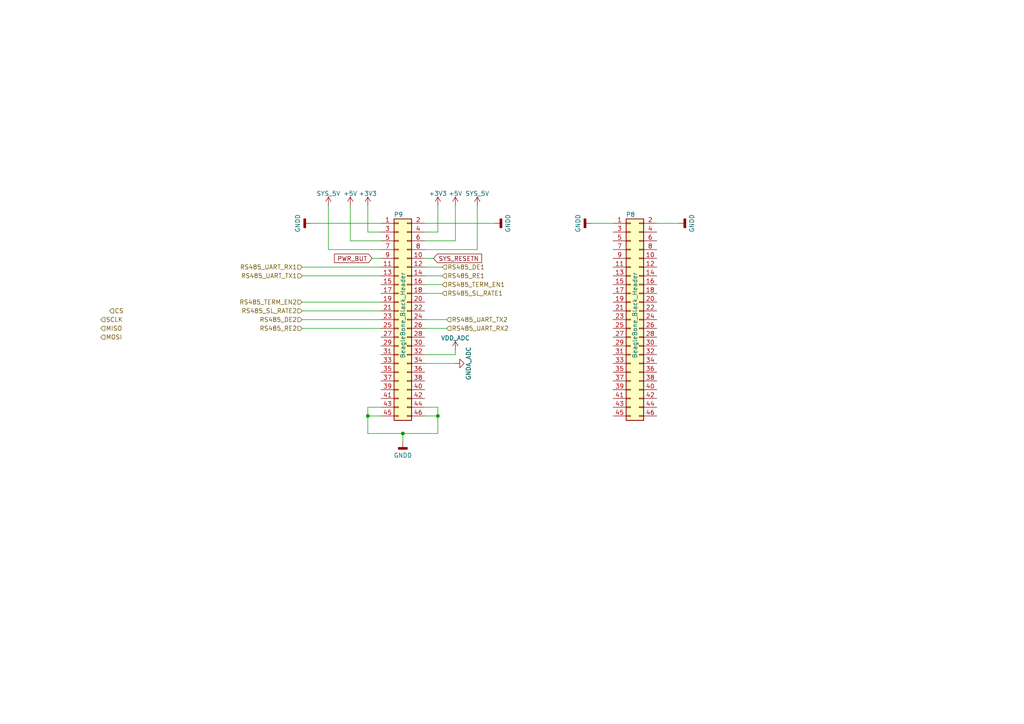
<source format=kicad_sch>
(kicad_sch (version 20231120) (generator "eeschema") (generator_version "8.0")
  (paper "A4")
  (lib_symbols
    (symbol "Connector_Generic:Conn_02x23_Odd_Even" (pin_names (offset 1.016) hide)
      (property "Reference" "J" (at 1.27 30.48 0))
      (property "Value" "Conn_02x23_Odd_Even" (at 1.27 -30.48 0))
      (symbol "Conn_02x23_Odd_Even_1_1"
        (rectangle (start -1.27 -27.813) (end 0 -28.067) (stroke (width 0.1524)))
        (rectangle (start -1.27 -25.273) (end 0 -25.527) (stroke (width 0.1524)))
        (rectangle (start -1.27 -22.733) (end 0 -22.987) (stroke (width 0.1524)))
        (rectangle (start -1.27 -20.193) (end 0 -20.447) (stroke (width 0.1524)))
        (rectangle (start -1.27 -17.653) (end 0 -17.907) (stroke (width 0.1524)))
        (rectangle (start -1.27 -15.113) (end 0 -15.367) (stroke (width 0.1524)))
        (rectangle (start -1.27 -12.573) (end 0 -12.827) (stroke (width 0.1524)))
        (rectangle (start -1.27 -10.033) (end 0 -10.287) (stroke (width 0.1524)))
        (rectangle (start -1.27 -7.493) (end 0 -7.747) (stroke (width 0.1524)))
        (rectangle (start -1.27 -4.953) (end 0 -5.207) (stroke (width 0.1524)))
        (rectangle (start -1.27 -2.413) (end 0 -2.667) (stroke (width 0.1524)))
        (rectangle (start -1.27 0.127) (end 0 -0.127) (stroke (width 0.1524)))
        (rectangle (start -1.27 2.667) (end 0 2.413) (stroke (width 0.1524)))
        (rectangle (start -1.27 5.207) (end 0 4.953) (stroke (width 0.1524)))
        (rectangle (start -1.27 7.747) (end 0 7.493) (stroke (width 0.1524)))
        (rectangle (start -1.27 10.287) (end 0 10.033) (stroke (width 0.1524)))
        (rectangle (start -1.27 12.827) (end 0 12.573) (stroke (width 0.1524)))
        (rectangle (start -1.27 15.367) (end 0 15.113) (stroke (width 0.1524)))
        (rectangle (start -1.27 17.907) (end 0 17.653) (stroke (width 0.1524)))
        (rectangle (start -1.27 20.447) (end 0 20.193) (stroke (width 0.1524)))
        (rectangle (start -1.27 22.987) (end 0 22.733) (stroke (width 0.1524)))
        (rectangle (start -1.27 25.527) (end 0 25.273) (stroke (width 0.1524)))
        (rectangle (start -1.27 28.067) (end 0 27.813) (stroke (width 0.1524)))
        (rectangle (start -1.27 29.21) (end 3.81 -29.21) (stroke (width 0.254)) (fill (type background)))
        (rectangle (start 3.81 -27.813) (end 2.54 -28.067) (stroke (width 0.1524)))
        (rectangle (start 3.81 -25.273) (end 2.54 -25.527) (stroke (width 0.1524)))
        (rectangle (start 3.81 -22.733) (end 2.54 -22.987) (stroke (width 0.1524)))
        (rectangle (start 3.81 -20.193) (end 2.54 -20.447) (stroke (width 0.1524)))
        (rectangle (start 3.81 -17.653) (end 2.54 -17.907) (stroke (width 0.1524)))
        (rectangle (start 3.81 -15.113) (end 2.54 -15.367) (stroke (width 0.1524)))
        (rectangle (start 3.81 -12.573) (end 2.54 -12.827) (stroke (width 0.1524)))
        (rectangle (start 3.81 -10.033) (end 2.54 -10.287) (stroke (width 0.1524)))
        (rectangle (start 3.81 -7.493) (end 2.54 -7.747) (stroke (width 0.1524)))
        (rectangle (start 3.81 -4.953) (end 2.54 -5.207) (stroke (width 0.1524)))
        (rectangle (start 3.81 -2.413) (end 2.54 -2.667) (stroke (width 0.1524)))
        (rectangle (start 3.81 0.127) (end 2.54 -0.127) (stroke (width 0.1524)))
        (rectangle (start 3.81 2.667) (end 2.54 2.413) (stroke (width 0.1524)))
        (rectangle (start 3.81 5.207) (end 2.54 4.953) (stroke (width 0.1524)))
        (rectangle (start 3.81 7.747) (end 2.54 7.493) (stroke (width 0.1524)))
        (rectangle (start 3.81 10.287) (end 2.54 10.033) (stroke (width 0.1524)))
        (rectangle (start 3.81 12.827) (end 2.54 12.573) (stroke (width 0.1524)))
        (rectangle (start 3.81 15.367) (end 2.54 15.113) (stroke (width 0.1524)))
        (rectangle (start 3.81 17.907) (end 2.54 17.653) (stroke (width 0.1524)))
        (rectangle (start 3.81 20.447) (end 2.54 20.193) (stroke (width 0.1524)))
        (rectangle (start 3.81 22.987) (end 2.54 22.733) (stroke (width 0.1524)))
        (rectangle (start 3.81 25.527) (end 2.54 25.273) (stroke (width 0.1524)))
        (rectangle (start 3.81 28.067) (end 2.54 27.813) (stroke (width 0.1524)))
        (pin passive line (at -5.08 27.94 0) (length 3.81) (name "Pin_1") (number "1"))
        (pin passive line (at 7.62 17.78 180) (length 3.81) (name "Pin_10") (number "10"))
        (pin passive line (at -5.08 15.24 0) (length 3.81) (name "Pin_11") (number "11"))
        (pin passive line (at 7.62 15.24 180) (length 3.81) (name "Pin_12") (number "12"))
        (pin passive line (at -5.08 12.7 0) (length 3.81) (name "Pin_13") (number "13"))
        (pin passive line (at 7.62 12.7 180) (length 3.81) (name "Pin_14") (number "14"))
        (pin passive line (at -5.08 10.16 0) (length 3.81) (name "Pin_15") (number "15"))
        (pin passive line (at 7.62 10.16 180) (length 3.81) (name "Pin_16") (number "16"))
        (pin passive line (at -5.08 7.62 0) (length 3.81) (name "Pin_17") (number "17"))
        (pin passive line (at 7.62 7.62 180) (length 3.81) (name "Pin_18") (number "18"))
        (pin passive line (at -5.08 5.08 0) (length 3.81) (name "Pin_19") (number "19"))
        (pin passive line (at 7.62 27.94 180) (length 3.81) (name "Pin_2") (number "2"))
        (pin passive line (at 7.62 5.08 180) (length 3.81) (name "Pin_20") (number "20"))
        (pin passive line (at -5.08 2.54 0) (length 3.81) (name "Pin_21") (number "21"))
        (pin passive line (at 7.62 2.54 180) (length 3.81) (name "Pin_22") (number "22"))
        (pin passive line (at -5.08 0 0) (length 3.81) (name "Pin_23") (number "23"))
        (pin passive line (at 7.62 0 180) (length 3.81) (name "Pin_24") (number "24"))
        (pin passive line (at -5.08 -2.54 0) (length 3.81) (name "Pin_25") (number "25"))
        (pin passive line (at 7.62 -2.54 180) (length 3.81) (name "Pin_26") (number "26"))
        (pin passive line (at -5.08 -5.08 0) (length 3.81) (name "Pin_27") (number "27"))
        (pin passive line (at 7.62 -5.08 180) (length 3.81) (name "Pin_28") (number "28"))
        (pin passive line (at -5.08 -7.62 0) (length 3.81) (name "Pin_29") (number "29"))
        (pin passive line (at -5.08 25.4 0) (length 3.81) (name "Pin_3") (number "3"))
        (pin passive line (at 7.62 -7.62 180) (length 3.81) (name "Pin_30") (number "30"))
        (pin passive line (at -5.08 -10.16 0) (length 3.81) (name "Pin_31") (number "31"))
        (pin passive line (at 7.62 -10.16 180) (length 3.81) (name "Pin_32") (number "32"))
        (pin passive line (at -5.08 -12.7 0) (length 3.81) (name "Pin_33") (number "33"))
        (pin passive line (at 7.62 -12.7 180) (length 3.81) (name "Pin_34") (number "34"))
        (pin passive line (at -5.08 -15.24 0) (length 3.81) (name "Pin_35") (number "35"))
        (pin passive line (at 7.62 -15.24 180) (length 3.81) (name "Pin_36") (number "36"))
        (pin passive line (at -5.08 -17.78 0) (length 3.81) (name "Pin_37") (number "37"))
        (pin passive line (at 7.62 -17.78 180) (length 3.81) (name "Pin_38") (number "38"))
        (pin passive line (at -5.08 -20.32 0) (length 3.81) (name "Pin_39") (number "39"))
        (pin passive line (at 7.62 25.4 180) (length 3.81) (name "Pin_4") (number "4"))
        (pin passive line (at 7.62 -20.32 180) (length 3.81) (name "Pin_40") (number "40"))
        (pin passive line (at -5.08 -22.86 0) (length 3.81) (name "Pin_41") (number "41"))
        (pin passive line (at 7.62 -22.86 180) (length 3.81) (name "Pin_42") (number "42"))
        (pin passive line (at -5.08 -25.4 0) (length 3.81) (name "Pin_43") (number "43"))
        (pin passive line (at 7.62 -25.4 180) (length 3.81) (name "Pin_44") (number "44"))
        (pin passive line (at -5.08 -27.94 0) (length 3.81) (name "Pin_45") (number "45"))
        (pin passive line (at 7.62 -27.94 180) (length 3.81) (name "Pin_46") (number "46"))
        (pin passive line (at -5.08 22.86 0) (length 3.81) (name "Pin_5") (number "5"))
        (pin passive line (at 7.62 22.86 180) (length 3.81) (name "Pin_6") (number "6"))
        (pin passive line (at -5.08 20.32 0) (length 3.81) (name "Pin_7") (number "7"))
        (pin passive line (at 7.62 20.32 180) (length 3.81) (name "Pin_8") (number "8"))
        (pin passive line (at -5.08 17.78 0) (length 3.81) (name "Pin_9") (number "9"))
      )
    )
    (symbol "agricoltura-madre-cape-B-rescue:+3.3V-power" (power) (pin_names (offset 0))
      (property "Value" "power_+3.3V" (at 0 3.556 0))
      (symbol "+3.3V-power_0_1"
        (polyline (pts (xy -0.762 1.27) (xy 0 2.54)))
        (polyline (pts (xy 0 0) (xy 0 2.54)))
        (polyline (pts (xy 0 2.54) (xy 0.762 1.27)))
      )
      (symbol "+3.3V-power_1_1"
        (pin power_in line (at 0 0 90) (length 0) hide (name "+3V3") (number "1"))
      )
    )
    (symbol "agricoltura-madre-cape-B-rescue:+5V-power" (power) (pin_names (offset 0))
      (property "Value" "power_+5V" (at 0 3.556 0))
      (symbol "+5V-power_0_1"
        (polyline (pts (xy -0.762 1.27) (xy 0 2.54)))
        (polyline (pts (xy 0 0) (xy 0 2.54)))
        (polyline (pts (xy 0 2.54) (xy 0.762 1.27)))
      )
      (symbol "+5V-power_1_1"
        (pin power_in line (at 0 0 90) (length 0) hide (name "+5V") (number "1"))
      )
    )
    (symbol "agricoltura-madre-cape-B-rescue:GNDD-power" (power) (pin_names (offset 0))
      (property "Value" "power_GNDD" (at 0 -3.175 0))
      (symbol "GNDD-power_0_1"
        (rectangle (start -1.27 -1.524) (end 1.27 -2.032) (stroke (width 0.254)) (fill (type outline)))
        (polyline (pts (xy 0 0) (xy 0 -1.524)))
      )
      (symbol "GNDD-power_1_1"
        (pin power_in line (at 0 0 270) (length 0) hide (name "GNDD") (number "1"))
      )
    )
    (symbol "pwr_BeagleBone:GNDA_ADC" (power) (pin_names (offset 0))
      (property "Value" "GNDA_ADC" (at 0 -3.81 0))
      (symbol "GNDA_ADC_0_1"
        (polyline (pts (xy 0 0) (xy 0 -1.27) (xy 1.27 -1.27) (xy 0 -2.54) (xy -1.27 -1.27) (xy 0 -1.27)))
      )
      (symbol "GNDA_ADC_1_1"
        (pin power_in line (at 0 0 270) (length 0) hide (name "GNDA_ADC") (number "1"))
      )
    )
    (symbol "pwr_BeagleBone:SYS_5V" (power) (pin_names (offset 0))
      (property "Value" "SYS_5V" (at 0 3.556 0))
      (symbol "SYS_5V_0_1"
        (polyline (pts (xy -0.762 1.27) (xy 0 2.54)))
        (polyline (pts (xy 0 0) (xy 0 2.54)))
        (polyline (pts (xy 0 2.54) (xy 0.762 1.27)))
      )
      (symbol "SYS_5V_1_1"
        (pin power_in line (at 0 0 90) (length 0) hide (name "SYS_5V") (number "1"))
      )
    )
    (symbol "pwr_BeagleBone:VDD_ADC" (power) (pin_names (offset 0))
      (property "Value" "VDD_ADC" (at 0 3.556 0))
      (symbol "VDD_ADC_0_1"
        (polyline (pts (xy -0.762 1.27) (xy 0 2.54)))
        (polyline (pts (xy 0 0) (xy 0 2.54)))
        (polyline (pts (xy 0 2.54) (xy 0.762 1.27)))
      )
      (symbol "VDD_ADC_1_1"
        (pin power_in line (at 0 0 90) (length 0) hide (name "VDD_ADC") (number "1"))
      )
    )
  )
  (junction (at 106.68 120.65))
  (junction (at 116.84 125.73))
  (junction (at 127 120.65))
  (wire (pts (xy 123.19 67.31) (xy 127 67.31)))
  (wire (pts (xy 128.27 85.09) (xy 123.19 85.09)))
  (wire (pts (xy 127 120.65) (xy 127 125.73)))
  (wire (pts (xy 138.43 72.39) (xy 123.19 72.39)))
  (wire (pts (xy 123.19 69.85) (xy 132.08 69.85)))
  (wire (pts (xy 123.19 102.87) (xy 132.08 102.87)))
  (wire (pts (xy 128.27 80.01) (xy 123.19 80.01)))
  (wire (pts (xy 129.54 95.25) (xy 123.19 95.25)))
  (wire (pts (xy 106.68 118.11) (xy 110.49 118.11)))
  (wire (pts (xy 106.68 120.65) (xy 106.68 118.11)))
  (wire (pts (xy 171.45 64.77) (xy 177.8 64.77)))
  (wire (pts (xy 106.68 67.31) (xy 106.68 59.69)))
  (wire (pts (xy 190.5 64.77) (xy 196.85 64.77)))
  (wire (pts (xy 123.19 64.77) (xy 143.51 64.77)))
  (wire (pts (xy 110.49 87.63) (xy 87.63 87.63)))
  (wire (pts (xy 101.6 69.85) (xy 101.6 59.69)))
  (wire (pts (xy 87.63 95.25) (xy 110.49 95.25)))
  (wire (pts (xy 127 67.31) (xy 127 59.69)))
  (wire (pts (xy 110.49 72.39) (xy 95.25 72.39)))
  (wire (pts (xy 127 118.11) (xy 127 120.65)))
  (wire (pts (xy 116.84 125.73) (xy 106.68 125.73)))
  (wire (pts (xy 110.49 69.85) (xy 101.6 69.85)))
  (wire (pts (xy 116.84 128.27) (xy 116.84 125.73)))
  (wire (pts (xy 110.49 92.71) (xy 87.63 92.71)))
  (wire (pts (xy 106.68 125.73) (xy 106.68 120.65)))
  (wire (pts (xy 95.25 72.39) (xy 95.25 59.69)))
  (wire (pts (xy 129.54 92.71) (xy 123.19 92.71)))
  (wire (pts (xy 123.19 74.93) (xy 125.73 74.93)))
  (wire (pts (xy 110.49 120.65) (xy 106.68 120.65)))
  (wire (pts (xy 132.08 102.87) (xy 132.08 101.6)))
  (wire (pts (xy 128.27 77.47) (xy 123.19 77.47)))
  (wire (pts (xy 110.49 74.93) (xy 107.95 74.93)))
  (wire (pts (xy 123.19 120.65) (xy 127 120.65)))
  (wire (pts (xy 110.49 77.47) (xy 87.63 77.47)))
  (wire (pts (xy 87.63 80.01) (xy 110.49 80.01)))
  (wire (pts (xy 138.43 59.69) (xy 138.43 72.39)))
  (wire (pts (xy 110.49 67.31) (xy 106.68 67.31)))
  (wire (pts (xy 127 125.73) (xy 116.84 125.73)))
  (wire (pts (xy 87.63 90.17) (xy 110.49 90.17)))
  (wire (pts (xy 123.19 105.41) (xy 132.08 105.41)))
  (wire (pts (xy 132.08 69.85) (xy 132.08 59.69)))
  (wire (pts (xy 123.19 118.11) (xy 127 118.11)))
  (wire (pts (xy 128.27 82.55) (xy 123.19 82.55)))
  (wire (pts (xy 110.49 64.77) (xy 90.17 64.77)))
  (global_label "SYS_RESETN" (shape input) (at 125.73 74.93 0) (property "Intersheetrefs" "${INTERSHEET_REFS}" (effects (hide yes))))
  (global_label "PWR_BUT" (shape input) (at 107.95 74.93 180) (property "Intersheetrefs" "${INTERSHEET_REFS}" (effects (hide yes))))
  (hierarchical_label "RS485_UART_TX1" (shape input) (at 87.63 80.01 180))
  (hierarchical_label "RS485_TERM_EN1" (shape input) (at 128.27 82.55 0))
  (hierarchical_label "RS485_UART_RX1" (shape input) (at 87.63 77.47 180))
  (hierarchical_label "RS485_SL_RATE2" (shape input) (at 87.63 90.17 180))
  (hierarchical_label "RS485_UART_TX2" (shape input) (at 129.54 92.71 0))
  (hierarchical_label "RS485_SL_RATE1" (shape input) (at 128.27 85.09 0))
  (hierarchical_label "RS485_RE2" (shape input) (at 87.63 95.25 180))
  (hierarchical_label "MISO" (shape input) (at 29.21 95.25 0))
  (hierarchical_label "CS" (shape input) (at 31.75 90.17 0))
  (hierarchical_label "RS485_UART_RX2" (shape input) (at 129.54 95.25 0))
  (hierarchical_label "RS485_DE2" (shape input) (at 87.63 92.71 180))
  (hierarchical_label "RS485_TERM_EN2" (shape input) (at 87.63 87.63 180))
  (hierarchical_label "SCLK" (shape input) (at 29.21 92.71 0))
  (hierarchical_label "RS485_DE1" (shape input) (at 128.27 77.47 0))
  (hierarchical_label "RS485_RE1" (shape input) (at 128.27 80.01 0))
  (hierarchical_label "MOSI" (shape input) (at 29.21 97.79 0))
  (symbol (lib_id "agricoltura-madre-cape-B-rescue:GNDD-power") (at 116.84 128.27 0) (unit 1)
    (property "Reference" "#PWR?" (effects (hide yes)))
    (property "Value" "GNDD" (at 116.84 132.08 0))
  )
  (symbol (lib_id "agricoltura-madre-cape-B-rescue:GNDD-power") (at 143.51 64.77 90) (unit 1)
    (property "Reference" "#PWR?" (effects (hide yes)))
    (property "Value" "GNDD" (at 147.32 64.77 0))
  )
  (symbol (lib_id "agricoltura-madre-cape-B-rescue:GNDD-power") (at 90.17 64.77 270) (unit 1)
    (property "Reference" "#PWR?" (effects (hide yes)))
    (property "Value" "GNDD" (at 86.36 64.77 0))
  )
  (symbol (lib_id "agricoltura-madre-cape-B-rescue:GNDD-power") (at 171.45 64.77 270) (unit 1)
    (property "Reference" "#PWR?" (effects (hide yes)))
    (property "Value" "GNDD" (at 167.64 64.77 0))
  )
  (symbol (lib_id "agricoltura-madre-cape-B-rescue:GNDD-power") (at 196.85 64.77 90) (unit 1)
    (property "Reference" "#PWR?" (effects (hide yes)))
    (property "Value" "GNDD" (at 200.66 64.77 0))
  )
  (symbol (lib_id "agricoltura-madre-cape-B-rescue:+3.3V-power") (at 127 59.69 0) (unit 1)
    (property "Reference" "#PWR?" (effects (hide yes)))
    (property "Value" "+3V3" (at 127 56.134 0))
  )
  (symbol (lib_id "agricoltura-madre-cape-B-rescue:+5V-power") (at 132.08 59.69 0) (unit 1)
    (property "Reference" "#PWR?" (effects (hide yes)))
    (property "Value" "+5V" (at 132.08 56.134 0))
  )
  (symbol (lib_id "agricoltura-madre-cape-B-rescue:+3.3V-power") (at 106.68 59.69 0) (unit 1)
    (property "Reference" "#PWR?" (effects (hide yes)))
    (property "Value" "+3V3" (at 106.68 56.134 0))
  )
  (symbol (lib_id "agricoltura-madre-cape-B-rescue:+5V-power") (at 101.6 59.69 0) (unit 1)
    (property "Reference" "#PWR?" (effects (hide yes)))
    (property "Value" "+5V" (at 101.6 56.134 0))
  )
  (symbol (lib_id "pwr_BeagleBone:SYS_5V") (at 138.43 59.69 0) (unit 1)
    (property "Reference" "#PWR?" (effects (hide yes)))
    (property "Value" "SYS_5V" (at 138.43 56.134 0))
  )
  (symbol (lib_id "pwr_BeagleBone:SYS_5V") (at 95.25 59.69 0) (unit 1)
    (property "Reference" "#PWR?" (effects (hide yes)))
    (property "Value" "SYS_5V" (at 95.25 56.134 0))
  )
  (symbol (lib_id "pwr_BeagleBone:VDD_ADC") (at 132.08 101.6 0) (unit 1)
    (property "Reference" "#PWR?" (effects (hide yes)))
    (property "Value" "VDD_ADC" (at 132.08 98.044 0))
  )
  (symbol (lib_id "pwr_BeagleBone:GNDA_ADC") (at 132.08 105.41 90) (unit 1)
    (property "Reference" "#PWR?" (effects (hide yes)))
    (property "Value" "GNDA_ADC" (at 135.89 105.41 0))
  )
  (symbol (lib_id "Connector_Generic:Conn_02x23_Odd_Even") (at 115.57 92.71 0) (unit 1)
    (property "Reference" "P9" (at 115.57 62.23 0))
    (property "Value" "BeagleBone_Black_Header" (at 116.84 91.44 90))
    (property "Footprint" "Socket_BeagleBone_Black:Socket_BeagleBone_Black" (effects (hide yes)))
  )
  (symbol (lib_id "Connector_Generic:Conn_02x23_Odd_Even") (at 182.88 92.71 0) (unit 1)
    (property "Reference" "P8" (at 182.88 62.23 0))
    (property "Value" "BeagleBone_Black_Header" (at 184.15 91.44 90))
    (property "Footprint" "Socket_BeagleBone_Black:Socket_BeagleBone_Black" (effects (hide yes)))
  )
)
</source>
